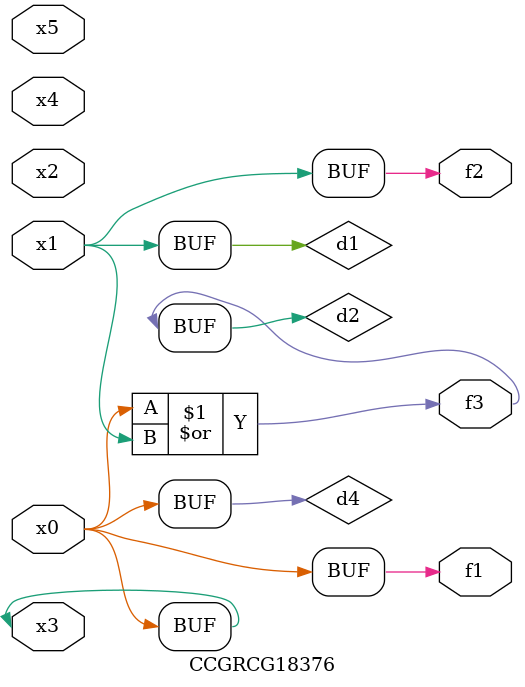
<source format=v>
module CCGRCG18376(
	input x0, x1, x2, x3, x4, x5,
	output f1, f2, f3
);

	wire d1, d2, d3, d4;

	and (d1, x1);
	or (d2, x0, x1);
	nand (d3, x0, x5);
	buf (d4, x0, x3);
	assign f1 = d4;
	assign f2 = d1;
	assign f3 = d2;
endmodule

</source>
